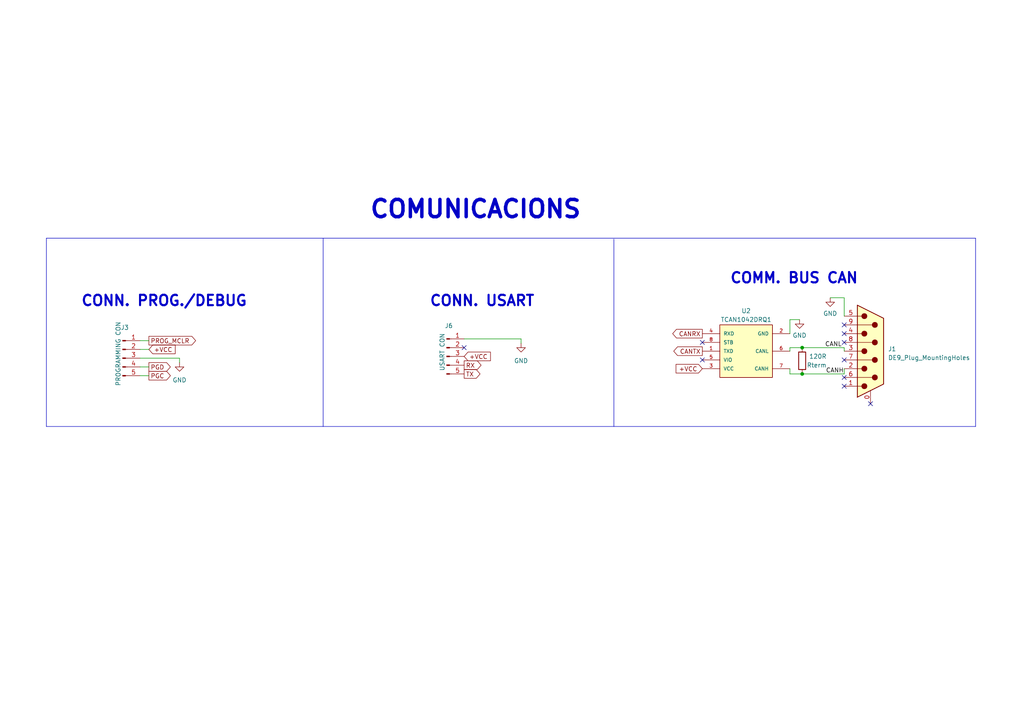
<source format=kicad_sch>
(kicad_sch (version 20230121) (generator eeschema)
  (paper "A4")
  (title_block (title "Projecte Netejaparabrises - Grup 3 Tarda") (date "2023-03-30") (rev "v1.0.30032023"))
  (lib_symbols
    (symbol "Connector:Conn_01x05_Pin" (pin_names (offset 1.016) hide)
      (property "Reference" "J" (at 0 7.62 0))
      (property "Value" "Conn_01x05_Pin" (at 0 -7.62 0))
      (symbol "Conn_01x05_Pin_1_1"
        (polyline (pts (xy 1.27 -5.08) (xy 0.8636 -5.08)) (stroke (width 0.1524)))
        (polyline (pts (xy 1.27 -2.54) (xy 0.8636 -2.54)) (stroke (width 0.1524)))
        (polyline (pts (xy 1.27 0) (xy 0.8636 0)) (stroke (width 0.1524)))
        (polyline (pts (xy 1.27 2.54) (xy 0.8636 2.54)) (stroke (width 0.1524)))
        (polyline (pts (xy 1.27 5.08) (xy 0.8636 5.08)) (stroke (width 0.1524)))
        (rectangle (start 0.8636 -4.953) (end 0 -5.207) (stroke (width 0.1524)) (fill (type outline)))
        (rectangle (start 0.8636 -2.413) (end 0 -2.667) (stroke (width 0.1524)) (fill (type outline)))
        (rectangle (start 0.8636 0.127) (end 0 -0.127) (stroke (width 0.1524)) (fill (type outline)))
        (rectangle (start 0.8636 2.667) (end 0 2.413) (stroke (width 0.1524)) (fill (type outline)))
        (rectangle (start 0.8636 5.207) (end 0 4.953) (stroke (width 0.1524)) (fill (type outline)))
        (pin passive line (at 5.08 5.08 180) (length 3.81) (name "Pin_1") (number "1"))
        (pin passive line (at 5.08 2.54 180) (length 3.81) (name "Pin_2") (number "2"))
        (pin passive line (at 5.08 0 180) (length 3.81) (name "Pin_3") (number "3"))
        (pin passive line (at 5.08 -2.54 180) (length 3.81) (name "Pin_4") (number "4"))
        (pin passive line (at 5.08 -5.08 180) (length 3.81) (name "Pin_5") (number "5"))
      )
    )
    (symbol "Connector:DE9_Plug_MountingHoles" (pin_names (offset 1.016) hide)
      (property "Reference" "J" (at 0 16.51 0))
      (property "Value" "DE9_Plug_MountingHoles" (at 0 14.605 0))
      (symbol "DE9_Plug_MountingHoles_0_1"
        (circle (center -1.778 -10.16) (radius 0.762) (fill (type outline)))
        (circle (center -1.778 -5.08) (radius 0.762) (fill (type outline)))
        (circle (center -1.778 0) (radius 0.762) (fill (type outline)))
        (circle (center -1.778 5.08) (radius 0.762) (fill (type outline)))
        (circle (center -1.778 10.16) (radius 0.762) (fill (type outline)))
        (polyline (pts (xy -3.81 -10.16) (xy -2.54 -10.16)))
        (polyline (pts (xy -3.81 -7.62) (xy 0.508 -7.62)))
        (polyline (pts (xy -3.81 -5.08) (xy -2.54 -5.08)))
        (polyline (pts (xy -3.81 -2.54) (xy 0.508 -2.54)))
        (polyline (pts (xy -3.81 0) (xy -2.54 0)))
        (polyline (pts (xy -3.81 2.54) (xy 0.508 2.54)))
        (polyline (pts (xy -3.81 5.08) (xy -2.54 5.08)))
        (polyline (pts (xy -3.81 7.62) (xy 0.508 7.62)))
        (polyline (pts (xy -3.81 10.16) (xy -2.54 10.16)))
        (polyline (pts (xy -3.81 -13.335) (xy -3.81 13.335) (xy 3.81 9.525) (xy 3.81 -9.525) (xy -3.81 -13.335)) (stroke (width 0.254)) (fill (type background)))
        (circle (center 1.27 -7.62) (radius 0.762) (fill (type outline)))
        (circle (center 1.27 -2.54) (radius 0.762) (fill (type outline)))
        (circle (center 1.27 2.54) (radius 0.762) (fill (type outline)))
        (circle (center 1.27 7.62) (radius 0.762) (fill (type outline)))
      )
      (symbol "DE9_Plug_MountingHoles_1_1"
        (pin passive line (at 0 -15.24 90) (length 3.81) (name "PAD") (number "0"))
        (pin passive line (at -7.62 -10.16 0) (length 3.81) (name "1") (number "1"))
        (pin passive line (at -7.62 -5.08 0) (length 3.81) (name "2") (number "2"))
        (pin passive line (at -7.62 0 0) (length 3.81) (name "3") (number "3"))
        (pin passive line (at -7.62 5.08 0) (length 3.81) (name "4") (number "4"))
        (pin passive line (at -7.62 10.16 0) (length 3.81) (name "5") (number "5"))
        (pin passive line (at -7.62 -7.62 0) (length 3.81) (name "6") (number "6"))
        (pin passive line (at -7.62 -2.54 0) (length 3.81) (name "7") (number "7"))
        (pin passive line (at -7.62 2.54 0) (length 3.81) (name "8") (number "8"))
        (pin passive line (at -7.62 7.62 0) (length 3.81) (name "9") (number "9"))
      )
    )
    (symbol "Device:R" (pin_numbers hide) (pin_names (offset 0))
      (property "Reference" "R" (at 2.032 0 90))
      (property "Value" "R" (at 0 0 90))
      (symbol "R_0_1"
        (rectangle (start -1.016 -2.54) (end 1.016 2.54) (stroke (width 0.254)))
      )
      (symbol "R_1_1"
        (pin passive line (at 0 3.81 270) (length 1.27) (name "~") (number "1"))
        (pin passive line (at 0 -3.81 90) (length 1.27) (name "~") (number "2"))
      )
    )
    (symbol "TCAN1042DRQ1:TCAN1042DRQ1" (pin_names (offset 1.016))
      (property "Reference" "U" (at -2.54 7.62 0))
      (property "Value" "TCAN1042DRQ1" (at -5.08 -10.16 0))
      (symbol "TCAN1042DRQ1_0_0"
        (rectangle (start -7.62 -7.62) (end 7.62 7.62) (stroke (width 0.2032)) (fill (type background)))
        (pin input line (at -12.7 0 0) (length 5.08) (name "TXD") (number "1"))
        (pin power_in line (at 12.7 5.08 180) (length 5.08) (name "GND") (number "2"))
        (pin power_in line (at -12.7 -5.08 0) (length 5.08) (name "VCC") (number "3"))
        (pin output line (at -12.7 5.08 0) (length 5.08) (name "RXD") (number "4"))
        (pin passive line (at -12.7 -2.54 0) (length 5.08) (name "VIO") (number "5"))
        (pin bidirectional line (at 12.7 0 180) (length 5.08) (name "CANL") (number "6"))
        (pin bidirectional line (at 12.7 -5.08 180) (length 5.08) (name "CANH") (number "7"))
        (pin input line (at -12.7 2.54 0) (length 5.08) (name "STB") (number "8"))
      )
    )
    (symbol "power:GND" (power) (pin_names (offset 0))
      (property "Value" "GND" (at 0 -3.81 0))
      (symbol "GND_0_1"
        (polyline (pts (xy 0 0) (xy 0 -1.27) (xy 1.27 -1.27) (xy 0 -2.54) (xy -1.27 -1.27) (xy 0 -1.27)))
      )
      (symbol "GND_1_1"
        (pin power_in line (at 0 0 270) (length 0) hide (name "GND") (number "1"))
      )
    )
  )
  (junction (at 232.664 108.458))
  (junction (at 232.664 100.838))
  (no_connect (at 203.708 104.394))
  (no_connect (at 203.708 99.314))
  (no_connect (at 134.62 100.838))
  (no_connect (at 244.856 99.314))
  (no_connect (at 244.856 112.014))
  (no_connect (at 244.856 94.234))
  (no_connect (at 244.856 109.474))
  (no_connect (at 244.856 104.394))
  (no_connect (at 244.856 96.774))
  (no_connect (at 252.476 117.094))
  (wire (pts (xy 232.664 108.458) (xy 229.108 108.458)))
  (polyline (pts (xy 178.054 69.342) (xy 178.054 123.698)))
  (polyline (pts (xy 282.956 69.088) (xy 282.956 123.698)))
  (wire (pts (xy 244.856 86.36) (xy 244.856 91.694)))
  (wire (pts (xy 232.664 100.838) (xy 244.856 100.838)))
  (wire (pts (xy 244.856 108.458) (xy 244.856 106.934)))
  (wire (pts (xy 229.108 92.71) (xy 231.902 92.71)))
  (wire (pts (xy 151.13 98.298) (xy 151.13 99.568)))
  (wire (pts (xy 52.07 103.886) (xy 52.07 105.156)))
  (polyline (pts (xy 13.462 69.088) (xy 282.956 69.088)))
  (wire (pts (xy 232.664 100.838) (xy 229.108 100.838)))
  (wire (pts (xy 229.108 100.838) (xy 229.108 101.854)))
  (wire (pts (xy 40.64 108.966) (xy 43.18 108.966)))
  (wire (pts (xy 229.108 92.71) (xy 229.108 96.774)))
  (wire (pts (xy 240.792 86.36) (xy 244.856 86.36)))
  (wire (pts (xy 40.64 98.806) (xy 43.18 98.806)))
  (wire (pts (xy 232.664 108.458) (xy 244.856 108.458)))
  (wire (pts (xy 244.856 100.838) (xy 244.856 101.854)))
  (polyline (pts (xy 282.956 123.698) (xy 13.462 123.698)))
  (polyline (pts (xy 13.462 69.088) (xy 13.462 123.698)))
  (wire (pts (xy 40.64 101.346) (xy 43.18 101.346)))
  (wire (pts (xy 229.108 108.458) (xy 229.108 106.934)))
  (wire (pts (xy 40.64 106.426) (xy 43.18 106.426)))
  (wire (pts (xy 134.62 98.298) (xy 151.13 98.298)))
  (wire (pts (xy 40.64 103.886) (xy 52.07 103.886)))
  (polyline (pts (xy 93.726 69.088) (xy 93.726 123.698)))
  (text "COMUNICACIONS" (at 106.934 63.754 0) (effects (font (size 5 5) bold) (justify left bottom)))
  (text "COMM. BUS CAN" (at 211.582 82.55 0) (effects (font (size 3 3) (thickness 0.6) bold) (justify left bottom)))
  (text "CONN. USART" (at 124.46 89.154 0) (effects (font (size 3 3) bold) (justify left bottom)))
  (text "CONN. PROG./DEBUG" (at 23.368 89.154 0) (effects (font (size 3 3) bold) (justify left bottom)))
  (label "CANH" (at 239.522 108.458 0))
  (label "CANL" (at 239.268 100.838 0))
  (global_label "+VCC" (shape input) (at 134.62 103.378 0) (property "Intersheetrefs" "${INTERSHEET_REFS}" (effects hide)))
  (global_label "+VCC" (shape input) (at 43.18 101.346 0) (property "Intersheetrefs" "${INTERSHEET_REFS}" (effects hide)))
  (global_label "PGD" (shape output) (at 43.18 106.426 0) (property "Intersheetrefs" "${INTERSHEET_REFS}" (effects hide)))
  (global_label "+VCC" (shape input) (at 203.708 106.934 180) (property "Intersheetrefs" "${INTERSHEET_REFS}" (effects hide)))
  (global_label "TX" (shape output) (at 134.62 108.458 0) (property "Intersheetrefs" "${INTERSHEET_REFS}" (effects hide)))
  (global_label "CANRX" (shape output) (at 203.708 96.774 180) (property "Intersheetrefs" "${INTERSHEET_REFS}" (effects hide)))
  (global_label "CANTX" (shape output) (at 203.708 101.854 180) (property "Intersheetrefs" "${INTERSHEET_REFS}" (effects hide)))
  (global_label "PGC" (shape output) (at 43.18 108.966 0) (property "Intersheetrefs" "${INTERSHEET_REFS}" (effects hide)))
  (global_label "PROG_MCLR" (shape output) (at 43.18 98.806 0) (property "Intersheetrefs" "${INTERSHEET_REFS}" (effects hide)))
  (global_label "RX" (shape output) (at 134.62 105.918 0) (property "Intersheetrefs" "${INTERSHEET_REFS}" (effects hide)))
  (symbol (lib_id "power:GND") (at 231.902 92.71 0) (unit 1)
    (property "Reference" "#PWR016" (effects hide))
    (property "Value" "GND" (at 231.902 97.282 0))
    (instances (project "Grup3_Tarda_Projecte_Netejaparabrises" (path "" (reference "#PWR016") (unit 1)) (path "" (reference "#PWR08") (unit 1))) (project "AidarIglesias_DavidMiravent_P3" (path "" (reference "#PWR016") (unit 1))))
  )
  (symbol (lib_id "Connector:DE9_Plug_MountingHoles") (at 252.476 101.854 0) (unit 1)
    (property "Reference" "J1" (at 257.556 101.219 0) (effects (justify left)))
    (property "Value" "DE9_Plug_MountingHoles" (at 257.556 103.759 0) (effects (justify left)))
    (property "Datasheet" " ~" (effects hide))
  )
  (symbol (lib_id "Connector:Conn_01x05_Pin") (at 35.56 103.886 0) (unit 1)
    (property "Reference" "J3" (at 36.195 94.996 0))
    (property "Value" "PROGRAMMING CON" (at 34.29 102.616 90))
    (property "Footprint" "Connector_PinSocket_2.54mm:PinSocket_1x05_P2.54mm_Vertical" (effects hide))
    (instances (project "Grup3_Tarda_Projecte_Netejaparabrises" (path "" (reference "J3") (unit 1)) (path "" (reference "J?") (unit 1))) (project "AidarIglesias_DavidMiravent_P3" (path "" (reference "J3") (unit 1))))
  )
  (symbol (lib_id "power:GND") (at 151.13 99.568 0) (unit 1)
    (property "Reference" "#PWR016" (effects hide))
    (property "Value" "GND" (at 151.13 104.648 0))
    (instances (project "Grup3_Tarda_Projecte_Netejaparabrises" (path "" (reference "#PWR016") (unit 1)) (path "" (reference "#PWR024") (unit 1))) (project "AidarIglesias_DavidMiravent_P3" (path "" (reference "#PWR016") (unit 1))))
  )
  (symbol (lib_id "Connector:Conn_01x05_Pin") (at 129.54 103.378 0) (unit 1)
    (property "Reference" "J6" (at 130.175 94.488 0))
    (property "Value" "USART CON" (at 128.27 102.108 90))
    (property "Footprint" "Connector_PinSocket_2.54mm:PinSocket_1x05_P2.54mm_Vertical" (effects hide))
    (instances (project "Grup3_Tarda_Projecte_Netejaparabrises" (path "" (reference "J6") (unit 1)) (path "" (reference "J?") (unit 1))) (project "AidarIglesias_DavidMiravent_P3" (path "" (reference "J6") (unit 1))))
  )
  (symbol (lib_id "Device:R") (at 232.664 104.648 0) (unit 1)
    (property "Reference" "Rterm" (at 239.776 105.918 0) (effects (justify right)))
    (property "Value" "120R" (at 239.776 103.378 0) (effects (justify right)))
  )
  (symbol (lib_id "power:GND") (at 52.07 105.156 0) (unit 1)
    (property "Reference" "#PWR017" (effects hide))
    (property "Value" "GND" (at 52.07 110.236 0))
    (instances (project "Grup3_Tarda_Projecte_Netejaparabrises" (path "" (reference "#PWR017") (unit 1)) (path "" (reference "#PWR023") (unit 1))) (project "AidarIglesias_DavidMiravent_P3" (path "" (reference "#PWR017") (unit 1))))
  )
  (symbol (lib_id "power:GND") (at 240.792 86.36 0) (unit 1)
    (property "Reference" "#PWR016" (effects hide))
    (property "Value" "GND" (at 240.792 90.932 0))
    (instances (project "Grup3_Tarda_Projecte_Netejaparabrises" (path "" (reference "#PWR016") (unit 1)) (path "" (reference "#PWR012") (unit 1))) (project "AidarIglesias_DavidMiravent_P3" (path "" (reference "#PWR016") (unit 1))))
  )
  (symbol (lib_id "TCAN1042DRQ1:TCAN1042DRQ1") (at 216.408 101.854 0) (unit 1)
    (property "Reference" "U2" (at 216.408 90.17 0))
    (property "Value" "TCAN1042DRQ1" (at 216.408 92.71 0))
    (property "REFDES" "RefDes" (effects hide))
    (property "PARTNUMBER" "TCAN1042DRQ1" (effects hide))
    (property "TYPE" "TYPE" (effects hide))
    (property "MANUFACTURER" "Texas Instruments" (effects hide))
    (property "VALUE" "Value" (effects hide))
  )
)
</source>
